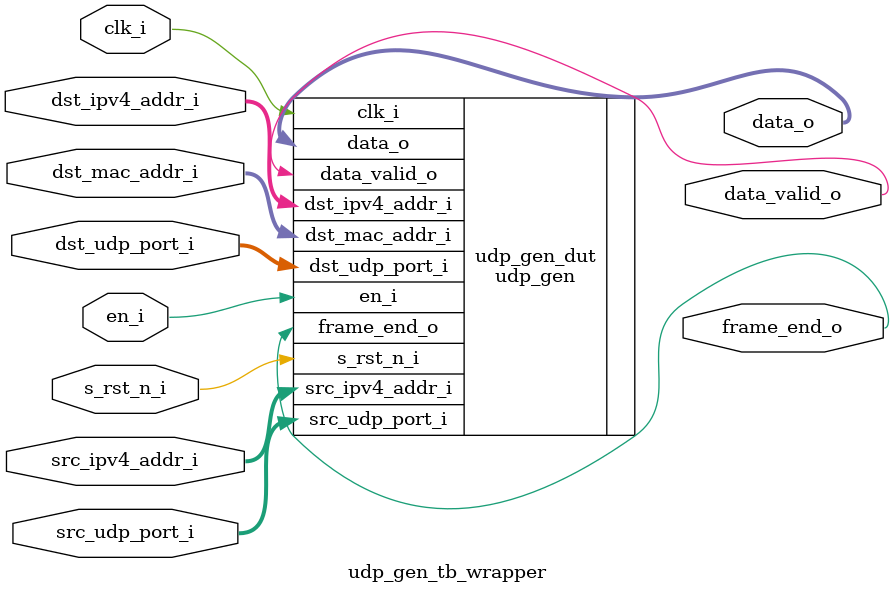
<source format=sv>
`timescale 1ns / 1ps

module udp_gen_tb_wrapper #
(
  localparam unsigned DATA_WIDTH = 64,
  
  localparam unsigned MAC_ADDR_WIDTH = 48,
  parameter [MAC_ADDR_WIDTH - 1 : 0] MAC_ADDR = 48'h1A1B1C1D1E1F,
  
  localparam unsigned LT_WIDTH = 16,
  parameter [LT_WIDTH - 1 : 0] LT = 16'h0800,
  
  localparam unsigned IPV4_ADDR_WIDTH = 32,
  localparam unsigned UDP_PORT_WIDTH = 16
)
(
  input  logic                           clk_i,
  input  logic                           s_rst_n_i,
  
  input  logic                           en_i,
  

  input  logic [MAC_ADDR_WIDTH - 1 : 0]  dst_mac_addr_i,
  
  input  logic [IPV4_ADDR_WIDTH - 1 : 0] src_ipv4_addr_i,
  input  logic [IPV4_ADDR_WIDTH - 1 : 0] dst_ipv4_addr_i,

  input  logic [UDP_PORT_WIDTH - 1 : 0] src_udp_port_i,
  input  logic [UDP_PORT_WIDTH - 1 : 0] dst_udp_port_i,
  
  output logic [DATA_WIDTH - 1 : 0]     data_o,
  output logic                          data_valid_o,       
  output logic                          frame_end_o
);

  udp_gen #
  (
    .MAC_ADDR (MAC_ADDR),
  
    .LT       (LT      )
  )
  udp_gen_dut
  (
    .clk_i           (clk_i          ),
    .s_rst_n_i       (s_rst_n_i      ),
  
    .en_i            (en_i           ),
  

    .dst_mac_addr_i  (dst_mac_addr_i ),
 
    .src_ipv4_addr_i (src_ipv4_addr_i),
    .dst_ipv4_addr_i (dst_ipv4_addr_i),

    .src_udp_port_i  (src_udp_port_i ),
    .dst_udp_port_i  (dst_udp_port_i ),
  
    .data_o          (data_o         ),
    .data_valid_o    (data_valid_o   ),       
    .frame_end_o     (frame_end_o    )
  );

  initial begin
    $dumpfile("dump.vcd");
    $dumpvars(1, udp_gen_tb_wrapper);
  end

endmodule

</source>
